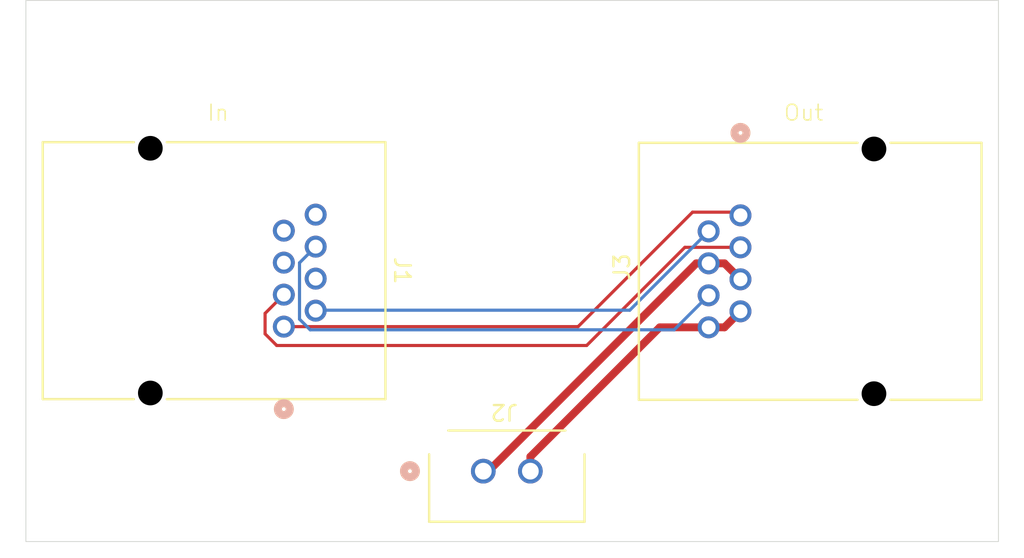
<source format=kicad_pcb>
(kicad_pcb (version 20241229) (generator "pcbnew") (generator_version "9.0")
  (layers (0 "F.Cu" signal) (2 "B.Cu" signal) (13 "F.Paste" user) (15 "B.Paste" user) (5 "F.SilkS" user "F.Silkscreen") (7 "B.SilkS" user "B.Silkscreen") (1 "F.Mask" user) (3 "B.Mask" user) (25 "Edge.Cuts" user))
  (net 0 "")
  (net 5 "/RX+")
  (net 6 "/TX+")
  (net 7 "/RX-")
  (net 8 "/TX-")
  (net 9 "/GND")
  (net 10 "/+12V")
  (footprint "footprints:CONN_SD-43650-010_02_MOL" (layer "F.Cu") (at 125.660401 101.510201 180)
    (property "Reference" "J2" (at -1.339599 3.760201 180) (layer "F.SilkS"))
    (property "Value" "436500227")
    (fp_line (start 3.453 1.076193) (end 3.453 -3.226999) (stroke (width 0.1524)) (layer "F.SilkS"))
    (fp_line (start 3.453 -3.226999) (end -6.453 -3.226999) (stroke (width 0.1524)) (layer "F.SilkS"))
    (fp_line (start -5.231928 2.589601) (end 2.231929 2.589601) (stroke (width 0.1524)) (layer "F.SilkS"))
    (fp_line (start -6.453 -3.226999) (end -6.453 1.076193) (stroke (width 0.1524)) (layer "F.SilkS"))
    (fp_circle (center 4.676399 0) (end 5.057399 0) (stroke (width 0.508)) (fill no) (layer "F.SilkS"))
    (fp_circle (center 4.676399 0) (end 5.057399 0) (stroke (width 0.508)) (fill no) (layer "B.SilkS"))
    (pad "" np_thru_hole circle (at -5.999998 1.960001 180) (size 1.3208 1.3208) (drill 1.3208) (layers "*.Cu" "*.Mask"))
    (pad "" np_thru_hole circle (at 2.999999 1.960001 180) (size 1.3208 1.3208) (drill 1.3208) (layers "*.Cu" "*.Mask"))
    (pad "1" thru_hole circle (at 0 0 180) (size 1.5748 1.5748) (drill 1.0668) (layers "*.Cu" "*.Mask") (net 10 "/+12V"))
    (pad "2" thru_hole circle (at -2.999999 0 180) (size 1.5748 1.5748) (drill 1.0668) (layers "*.Cu" "*.Mask") (net 9 "/GND"))
  )
  (footprint "MountingHole:MountingHole_2.7mm_M2.5" (layer "F.Cu") (at 155 102.5)
    (property "Reference" "H4" (hide yes))
    (property "Value" "MountingHole")
    (pad "" np_thru_hole circle (at 0 0) (size 2.7 2.7) (drill 2.7) (layers "*.Cu" "*.Mask"))
  )
  (footprint "MountingHole:MountingHole_2.7mm_M2.5" (layer "F.Cu") (at 155 75)
    (property "Reference" "H2" (hide yes))
    (property "Value" "MountingHole")
    (pad "" np_thru_hole circle (at 0 0) (size 2.7 2.7) (drill 2.7) (layers "*.Cu" "*.Mask"))
  )
  (footprint "MountingHole:MountingHole_2.7mm_M2.5" (layer "F.Cu") (at 100 75)
    (property "Reference" "H1" (hide yes))
    (property "Value" "MountingHole")
    (pad "" np_thru_hole circle (at 0 0) (size 2.7 2.7) (drill 2.7) (layers "*.Cu" "*.Mask"))
  )
  (footprint "footprints:CONN8_SS-60000_STW" (layer "F.Cu") (at 112.945 92.29805 -90)
    (property "Reference" "J1" (at -3.57 -7.555 270) (layer "F.SilkS"))
    (property "Value" "SS-60000-009")
    (fp_line (start -11.7615 15.367) (end 4.6215 15.367) (stroke (width 0.1524)) (layer "F.SilkS"))
    (fp_line (start 4.6215 15.367) (end 4.6215 9.559496) (stroke (width 0.1524)) (layer "F.SilkS"))
    (fp_line (start -11.7615 9.559496) (end -11.7615 15.367) (stroke (width 0.1524)) (layer "F.SilkS"))
    (fp_line (start 4.6215 7.460505) (end 4.6215 -6.477) (stroke (width 0.1524)) (layer "F.SilkS"))
    (fp_line (start -11.7615 -6.477) (end -11.7615 7.460505) (stroke (width 0.1524)) (layer "F.SilkS"))
    (fp_line (start 4.6215 -6.477) (end -11.7615 -6.477) (stroke (width 0.1524)) (layer "F.SilkS"))
    (fp_circle (center 5.2565 0) (end 5.6375 0) (stroke (width 0.508)) (fill no) (layer "F.SilkS"))
    (fp_circle (center 5.2565 0) (end 5.6375 0) (stroke (width 0.508)) (fill no) (layer "B.SilkS"))
    (pad "" np_thru_hole circle (at -11.37 8.510001 270) (size 1.5748 1.5748) (drill 1.5748) (layers))
    (pad "" np_thru_hole circle (at -9.285 5 270) (size 3.2512 3.2512) (drill 3.2512) (layers "*.Cu" "*.Mask"))
    (pad "" np_thru_hole circle (at 2.145 5 270) (size 3.2512 3.2512) (drill 3.2512) (layers "*.Cu" "*.Mask"))
    (pad "" np_thru_hole circle (at 4.229999 8.510001 270) (size 1.5748 1.5748) (drill 1.5748) (layers))
    (pad "1" thru_hole circle (at -1.02 -2.030001 270) (size 1.397 1.397) (drill 0.889) (layers "*.Cu" "*.Mask") (net 6 "/TX+"))
    (pad "2" thru_hole circle (at 0 0 270) (size 1.397 1.397) (drill 0.889) (layers "*.Cu" "*.Mask") (net 8 "/TX-"))
    (pad "3" thru_hole circle (at -2.040001 0 270) (size 1.397 1.397) (drill 0.889) (layers "*.Cu" "*.Mask") (net 5 "/RX+"))
    (pad "4" thru_hole circle (at -4.079999 0 270) (size 1.397 1.397) (drill 0.889) (layers "*.Cu" "*.Mask"))
    (pad "5" thru_hole circle (at -3.060001 -2.030001 270) (size 1.397 1.397) (drill 0.889) (layers "*.Cu" "*.Mask"))
    (pad "6" thru_hole circle (at -5.1 -2.030001 270) (size 1.397 1.397) (drill 0.889) (layers "*.Cu" "*.Mask") (net 7 "/RX-"))
    (pad "7" thru_hole circle (at -7.140001 -2.030001 270) (size 1.397 1.397) (drill 0.889) (layers "*.Cu" "*.Mask"))
    (pad "8" thru_hole circle (at -6.12 0 270) (size 1.397 1.397) (drill 0.889) (layers "*.Cu" "*.Mask"))
  )
  (footprint "footprints:CONN8_SS-60000_STW" (layer "F.Cu") (at 142.055 85.20195 90)
    (property "Reference" "J3" (at -3.29805 -7.555 90) (layer "F.SilkS"))
    (property "Value" "SS-60000-009")
    (fp_line (start 4.6215 -6.477) (end -11.7615 -6.477) (stroke (width 0.1524)) (layer "F.SilkS"))
    (fp_line (start -11.7615 -6.477) (end -11.7615 7.460505) (stroke (width 0.1524)) (layer "F.SilkS"))
    (fp_line (start 4.6215 7.460505) (end 4.6215 -6.477) (stroke (width 0.1524)) (layer "F.SilkS"))
    (fp_line (start -11.7615 9.559496) (end -11.7615 15.367) (stroke (width 0.1524)) (layer "F.SilkS"))
    (fp_line (start 4.6215 15.367) (end 4.6215 9.559496) (stroke (width 0.1524)) (layer "F.SilkS"))
    (fp_line (start -11.7615 15.367) (end 4.6215 15.367) (stroke (width 0.1524)) (layer "F.SilkS"))
    (fp_circle (center 5.2565 0) (end 5.6375 0) (stroke (width 0.508)) (fill no) (layer "F.SilkS"))
    (fp_circle (center 5.2565 0) (end 5.6375 0) (stroke (width 0.508)) (fill no) (layer "B.SilkS"))
    (pad "" np_thru_hole circle (at -11.37 8.510001 90) (size 1.5748 1.5748) (drill 1.5748) (layers))
    (pad "" np_thru_hole circle (at -9.285 5 90) (size 3.2512 3.2512) (drill 3.2512) (layers "*.Cu" "*.Mask"))
    (pad "" np_thru_hole circle (at 2.145 5 90) (size 3.2512 3.2512) (drill 3.2512) (layers "*.Cu" "*.Mask"))
    (pad "" np_thru_hole circle (at 4.229999 8.510001 90) (size 1.5748 1.5748) (drill 1.5748) (layers))
    (pad "1" thru_hole circle (at -1.02 -2.030001 90) (size 1.397 1.397) (drill 0.889) (layers "*.Cu" "*.Mask") (net 6 "/TX+"))
    (pad "2" thru_hole circle (at 0 0 90) (size 1.397 1.397) (drill 0.889) (layers "*.Cu" "*.Mask") (net 8 "/TX-"))
    (pad "3" thru_hole circle (at -2.040001 0 90) (size 1.397 1.397) (drill 0.889) (layers "*.Cu" "*.Mask") (net 5 "/RX+"))
    (pad "4" thru_hole circle (at -4.079999 0 90) (size 1.397 1.397) (drill 0.889) (layers "*.Cu" "*.Mask") (net 10 "/+12V"))
    (pad "5" thru_hole circle (at -3.060001 -2.030001 90) (size 1.397 1.397) (drill 0.889) (layers "*.Cu" "*.Mask") (net 10 "/+12V"))
    (pad "6" thru_hole circle (at -5.1 -2.030001 90) (size 1.397 1.397) (drill 0.889) (layers "*.Cu" "*.Mask") (net 7 "/RX-"))
    (pad "7" thru_hole circle (at -7.140001 -2.030001 90) (size 1.397 1.397) (drill 0.889) (layers "*.Cu" "*.Mask") (net 9 "/GND"))
    (pad "8" thru_hole circle (at -6.12 0 90) (size 1.397 1.397) (drill 0.889) (layers "*.Cu" "*.Mask") (net 9 "/GND"))
  )
  (footprint "MountingHole:MountingHole_2.7mm_M2.5" (layer "F.Cu") (at 100 102.5)
    (property "Reference" "H3" (hide yes))
    (property "Value" "MountingHole")
    (pad "" np_thru_hole circle (at 0 0) (size 2.7 2.7) (drill 2.7) (layers "*.Cu" "*.Mask"))
  )
  (gr_rect (start 96.5 71.5) (end 158.5 106) (stroke (width 0.05)) (fill no) (layer "Edge.Cuts"))
  (gr_text "In" (at 108 79.25 0) (layer "F.SilkS") (effects (font (size 1 1) (thickness 0.1)) (justify left bottom)))
  (gr_text "Out" (at 144.75 79.25 0) (layer "F.SilkS") (effects (font (size 1 1) (thickness 0.1)) (justify left bottom)))
  (segment (start 112.491721 93.5) (end 111.75 92.758279) (width 0.2) (layer "F.Cu") (net 5))
  (segment (start 142.055 87.241951) (end 138.508049 87.241951) (width 0.2) (layer "F.Cu") (net 5))
  (segment (start 138.508049 87.241951) (end 132.25 93.5) (width 0.2) (layer "F.Cu") (net 5))
  (segment (start 132.25 93.5) (end 112.491721 93.5) (width 0.2) (layer "F.Cu") (net 5))
  (segment (start 111.75 91.453049) (end 112.945 90.258049) (width 0.2) (layer "F.Cu") (net 5))
  (segment (start 111.75 92.758279) (end 111.75 91.453049) (width 0.2) (layer "F.Cu") (net 5))
  (segment (start 115.003051 91.25) (end 134.996949 91.25) (width 0.2) (layer "B.Cu") (net 6))
  (segment (start 134.996949 91.25) (end 140.024999 86.22195) (width 0.2) (layer "B.Cu") (net 6))
  (segment (start 114.975001 91.27805) (end 115.003051 91.25) (width 0.2) (layer "B.Cu") (net 6))
  (segment (start 113.9445 88.228551) (end 114.975001 87.19805) (width 0.2) (layer "B.Cu") (net 7))
  (segment (start 137.826949 92.5) (end 114.625 92.5) (width 0.2) (layer "B.Cu") (net 7))
  (segment (start 113.9445 91.8195) (end 113.9445 88.228551) (width 0.2) (layer "B.Cu") (net 7))
  (segment (start 114.625 92.5) (end 113.9445 91.8195) (width 0.2) (layer "B.Cu") (net 7))
  (segment (start 140.024999 90.30195) (end 137.826949 92.5) (width 0.2) (layer "B.Cu") (net 7))
  (segment (start 131.70195 92.29805) (end 139 85) (width 0.2) (layer "F.Cu") (net 8))
  (segment (start 112.945 92.29805) (end 131.70195 92.29805) (width 0.2) (layer "F.Cu") (net 8))
  (segment (start 141.85305 85) (end 142.055 85.20195) (width 0.2) (layer "F.Cu") (net 8))
  (segment (start 139 85) (end 141.85305 85) (width 0.2) (layer "F.Cu") (net 8))
  (segment (start 140.024999 92.341951) (end 136.908049 92.341951) (width 0.5) (layer "F.Cu") (net 9))
  (segment (start 136.908049 92.341951) (end 128.6604 100.5896) (width 0.5) (layer "F.Cu") (net 9))
  (segment (start 141.034999 92.341951) (end 140.024999 92.341951) (width 0.5) (layer "F.Cu") (net 9))
  (segment (start 128.6604 100.5896) (end 128.6604 101.510201) (width 0.5) (layer "F.Cu") (net 9))
  (segment (start 142.055 91.32195) (end 141.034999 92.341951) (width 0.5) (layer "F.Cu") (net 9))
  (segment (start 141.035002 88.261951) (end 142.055 89.281949) (width 0.5) (layer "F.Cu") (net 10))
  (segment (start 125.989799 101.510201) (end 125.660401 101.510201) (width 0.5) (layer "F.Cu") (net 10))
  (segment (start 140.024999 88.261951) (end 141.035002 88.261951) (width 0.5) (layer "F.Cu") (net 10))
  (segment (start 139.238049 88.261951) (end 125.989799 101.510201) (width 0.5) (layer "F.Cu") (net 10))
  (segment (start 140.024999 88.261951) (end 139.238049 88.261951) (width 0.5) (layer "F.Cu") (net 10))
)
</source>
